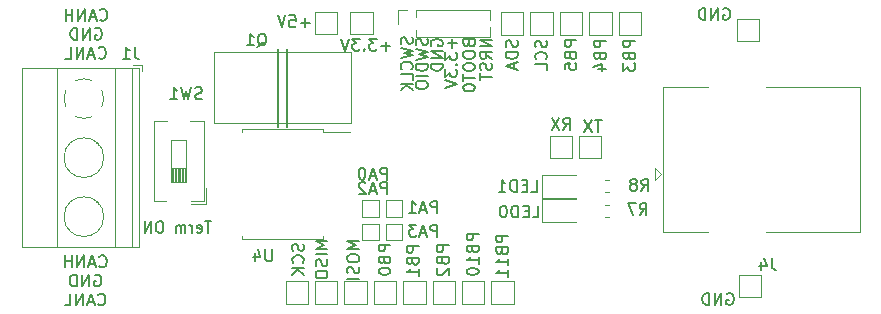
<source format=gbr>
G04 #@! TF.GenerationSoftware,KiCad,Pcbnew,6.0.5*
G04 #@! TF.CreationDate,2023-01-15T17:00:17+03:00*
G04 #@! TF.ProjectId,stm32,73746d33-322e-46b6-9963-61645f706362,rev?*
G04 #@! TF.SameCoordinates,Original*
G04 #@! TF.FileFunction,Legend,Bot*
G04 #@! TF.FilePolarity,Positive*
%FSLAX46Y46*%
G04 Gerber Fmt 4.6, Leading zero omitted, Abs format (unit mm)*
G04 Created by KiCad (PCBNEW 6.0.5) date 2023-01-15 17:00:17*
%MOMM*%
%LPD*%
G01*
G04 APERTURE LIST*
%ADD10C,0.150000*%
%ADD11C,0.200000*%
%ADD12C,0.120000*%
G04 APERTURE END LIST*
D10*
X94587961Y-52449695D02*
X94635580Y-52592552D01*
X94635580Y-52830647D01*
X94587961Y-52925885D01*
X94540342Y-52973504D01*
X94445104Y-53021123D01*
X94349866Y-53021123D01*
X94254628Y-52973504D01*
X94207009Y-52925885D01*
X94159390Y-52830647D01*
X94111771Y-52640171D01*
X94064152Y-52544933D01*
X94016533Y-52497314D01*
X93921295Y-52449695D01*
X93826057Y-52449695D01*
X93730819Y-52497314D01*
X93683200Y-52544933D01*
X93635580Y-52640171D01*
X93635580Y-52878266D01*
X93683200Y-53021123D01*
X93635580Y-53354457D02*
X94635580Y-53592552D01*
X93921295Y-53783028D01*
X94635580Y-53973504D01*
X93635580Y-54211600D01*
X94540342Y-55163980D02*
X94587961Y-55116361D01*
X94635580Y-54973504D01*
X94635580Y-54878266D01*
X94587961Y-54735409D01*
X94492723Y-54640171D01*
X94397485Y-54592552D01*
X94207009Y-54544933D01*
X94064152Y-54544933D01*
X93873676Y-54592552D01*
X93778438Y-54640171D01*
X93683200Y-54735409D01*
X93635580Y-54878266D01*
X93635580Y-54973504D01*
X93683200Y-55116361D01*
X93730819Y-55163980D01*
X94635580Y-56068742D02*
X94635580Y-55592552D01*
X93635580Y-55592552D01*
X94635580Y-56402076D02*
X93635580Y-56402076D01*
X94635580Y-56973504D02*
X94064152Y-56544933D01*
X93635580Y-56973504D02*
X94207009Y-56402076D01*
X101341180Y-52662342D02*
X100341180Y-52662342D01*
X101341180Y-53233771D01*
X100341180Y-53233771D01*
X101341180Y-54281390D02*
X100864990Y-53948057D01*
X101341180Y-53709961D02*
X100341180Y-53709961D01*
X100341180Y-54090914D01*
X100388800Y-54186152D01*
X100436419Y-54233771D01*
X100531657Y-54281390D01*
X100674514Y-54281390D01*
X100769752Y-54233771D01*
X100817371Y-54186152D01*
X100864990Y-54090914D01*
X100864990Y-53709961D01*
X101293561Y-54662342D02*
X101341180Y-54805200D01*
X101341180Y-55043295D01*
X101293561Y-55138533D01*
X101245942Y-55186152D01*
X101150704Y-55233771D01*
X101055466Y-55233771D01*
X100960228Y-55186152D01*
X100912609Y-55138533D01*
X100864990Y-55043295D01*
X100817371Y-54852819D01*
X100769752Y-54757580D01*
X100722133Y-54709961D01*
X100626895Y-54662342D01*
X100531657Y-54662342D01*
X100436419Y-54709961D01*
X100388800Y-54757580D01*
X100341180Y-54852819D01*
X100341180Y-55090914D01*
X100388800Y-55233771D01*
X100341180Y-55519485D02*
X100341180Y-56090914D01*
X101341180Y-55805200D02*
X100341180Y-55805200D01*
X77596323Y-68032380D02*
X77070609Y-68032380D01*
X77333466Y-69032380D02*
X77333466Y-68032380D01*
X76413466Y-68984761D02*
X76501085Y-69032380D01*
X76676323Y-69032380D01*
X76763942Y-68984761D01*
X76807752Y-68889523D01*
X76807752Y-68508571D01*
X76763942Y-68413333D01*
X76676323Y-68365714D01*
X76501085Y-68365714D01*
X76413466Y-68413333D01*
X76369657Y-68508571D01*
X76369657Y-68603809D01*
X76807752Y-68699047D01*
X75975371Y-69032380D02*
X75975371Y-68365714D01*
X75975371Y-68556190D02*
X75931561Y-68460952D01*
X75887752Y-68413333D01*
X75800133Y-68365714D01*
X75712514Y-68365714D01*
X75405847Y-69032380D02*
X75405847Y-68365714D01*
X75405847Y-68460952D02*
X75362038Y-68413333D01*
X75274419Y-68365714D01*
X75142990Y-68365714D01*
X75055371Y-68413333D01*
X75011561Y-68508571D01*
X75011561Y-69032380D01*
X75011561Y-68508571D02*
X74967752Y-68413333D01*
X74880133Y-68365714D01*
X74748704Y-68365714D01*
X74661085Y-68413333D01*
X74617276Y-68508571D01*
X74617276Y-69032380D01*
X73302990Y-68032380D02*
X73127752Y-68032380D01*
X73040133Y-68080000D01*
X72952514Y-68175238D01*
X72908704Y-68365714D01*
X72908704Y-68699047D01*
X72952514Y-68889523D01*
X73040133Y-68984761D01*
X73127752Y-69032380D01*
X73302990Y-69032380D01*
X73390609Y-68984761D01*
X73478228Y-68889523D01*
X73522038Y-68699047D01*
X73522038Y-68365714D01*
X73478228Y-68175238D01*
X73390609Y-68080000D01*
X73302990Y-68032380D01*
X72514419Y-69032380D02*
X72514419Y-68032380D01*
X71988704Y-69032380D01*
X71988704Y-68032380D01*
D11*
X68171866Y-50969542D02*
X68219485Y-51017161D01*
X68362342Y-51064780D01*
X68457580Y-51064780D01*
X68600438Y-51017161D01*
X68695676Y-50921923D01*
X68743295Y-50826685D01*
X68790914Y-50636209D01*
X68790914Y-50493352D01*
X68743295Y-50302876D01*
X68695676Y-50207638D01*
X68600438Y-50112400D01*
X68457580Y-50064780D01*
X68362342Y-50064780D01*
X68219485Y-50112400D01*
X68171866Y-50160019D01*
X67790914Y-50779066D02*
X67314723Y-50779066D01*
X67886152Y-51064780D02*
X67552819Y-50064780D01*
X67219485Y-51064780D01*
X66886152Y-51064780D02*
X66886152Y-50064780D01*
X66314723Y-51064780D01*
X66314723Y-50064780D01*
X65838533Y-51064780D02*
X65838533Y-50064780D01*
X65838533Y-50540971D02*
X65267104Y-50540971D01*
X65267104Y-51064780D02*
X65267104Y-50064780D01*
X67767104Y-51722400D02*
X67862342Y-51674780D01*
X68005200Y-51674780D01*
X68148057Y-51722400D01*
X68243295Y-51817638D01*
X68290914Y-51912876D01*
X68338533Y-52103352D01*
X68338533Y-52246209D01*
X68290914Y-52436685D01*
X68243295Y-52531923D01*
X68148057Y-52627161D01*
X68005200Y-52674780D01*
X67909961Y-52674780D01*
X67767104Y-52627161D01*
X67719485Y-52579542D01*
X67719485Y-52246209D01*
X67909961Y-52246209D01*
X67290914Y-52674780D02*
X67290914Y-51674780D01*
X66719485Y-52674780D01*
X66719485Y-51674780D01*
X66243295Y-52674780D02*
X66243295Y-51674780D01*
X66005200Y-51674780D01*
X65862342Y-51722400D01*
X65767104Y-51817638D01*
X65719485Y-51912876D01*
X65671866Y-52103352D01*
X65671866Y-52246209D01*
X65719485Y-52436685D01*
X65767104Y-52531923D01*
X65862342Y-52627161D01*
X66005200Y-52674780D01*
X66243295Y-52674780D01*
X68052819Y-54189542D02*
X68100438Y-54237161D01*
X68243295Y-54284780D01*
X68338533Y-54284780D01*
X68481390Y-54237161D01*
X68576628Y-54141923D01*
X68624247Y-54046685D01*
X68671866Y-53856209D01*
X68671866Y-53713352D01*
X68624247Y-53522876D01*
X68576628Y-53427638D01*
X68481390Y-53332400D01*
X68338533Y-53284780D01*
X68243295Y-53284780D01*
X68100438Y-53332400D01*
X68052819Y-53380019D01*
X67671866Y-53999066D02*
X67195676Y-53999066D01*
X67767104Y-54284780D02*
X67433771Y-53284780D01*
X67100438Y-54284780D01*
X66767104Y-54284780D02*
X66767104Y-53284780D01*
X66195676Y-54284780D01*
X66195676Y-53284780D01*
X65243295Y-54284780D02*
X65719485Y-54284780D01*
X65719485Y-53284780D01*
D10*
X98013828Y-52610000D02*
X98013828Y-53371904D01*
X98394780Y-52990952D02*
X97632876Y-52990952D01*
X97394780Y-53752857D02*
X97394780Y-54371904D01*
X97775733Y-54038571D01*
X97775733Y-54181428D01*
X97823352Y-54276666D01*
X97870971Y-54324285D01*
X97966209Y-54371904D01*
X98204304Y-54371904D01*
X98299542Y-54324285D01*
X98347161Y-54276666D01*
X98394780Y-54181428D01*
X98394780Y-53895714D01*
X98347161Y-53800476D01*
X98299542Y-53752857D01*
X98299542Y-54800476D02*
X98347161Y-54848095D01*
X98394780Y-54800476D01*
X98347161Y-54752857D01*
X98299542Y-54800476D01*
X98394780Y-54800476D01*
X97394780Y-55181428D02*
X97394780Y-55800476D01*
X97775733Y-55467142D01*
X97775733Y-55610000D01*
X97823352Y-55705238D01*
X97870971Y-55752857D01*
X97966209Y-55800476D01*
X98204304Y-55800476D01*
X98299542Y-55752857D01*
X98347161Y-55705238D01*
X98394780Y-55610000D01*
X98394780Y-55324285D01*
X98347161Y-55229047D01*
X98299542Y-55181428D01*
X97394780Y-56086190D02*
X98394780Y-56419523D01*
X97394780Y-56752857D01*
X96223200Y-53187695D02*
X96175580Y-53092457D01*
X96175580Y-52949600D01*
X96223200Y-52806742D01*
X96318438Y-52711504D01*
X96413676Y-52663885D01*
X96604152Y-52616266D01*
X96747009Y-52616266D01*
X96937485Y-52663885D01*
X97032723Y-52711504D01*
X97127961Y-52806742D01*
X97175580Y-52949600D01*
X97175580Y-53044838D01*
X97127961Y-53187695D01*
X97080342Y-53235314D01*
X96747009Y-53235314D01*
X96747009Y-53044838D01*
X97175580Y-53663885D02*
X96175580Y-53663885D01*
X97175580Y-54235314D01*
X96175580Y-54235314D01*
X97175580Y-54711504D02*
X96175580Y-54711504D01*
X96175580Y-54949600D01*
X96223200Y-55092457D01*
X96318438Y-55187695D01*
X96413676Y-55235314D01*
X96604152Y-55282933D01*
X96747009Y-55282933D01*
X96937485Y-55235314D01*
X97032723Y-55187695D01*
X97127961Y-55092457D01*
X97175580Y-54949600D01*
X97175580Y-54711504D01*
D11*
X68121066Y-71848342D02*
X68168685Y-71895961D01*
X68311542Y-71943580D01*
X68406780Y-71943580D01*
X68549638Y-71895961D01*
X68644876Y-71800723D01*
X68692495Y-71705485D01*
X68740114Y-71515009D01*
X68740114Y-71372152D01*
X68692495Y-71181676D01*
X68644876Y-71086438D01*
X68549638Y-70991200D01*
X68406780Y-70943580D01*
X68311542Y-70943580D01*
X68168685Y-70991200D01*
X68121066Y-71038819D01*
X67740114Y-71657866D02*
X67263923Y-71657866D01*
X67835352Y-71943580D02*
X67502019Y-70943580D01*
X67168685Y-71943580D01*
X66835352Y-71943580D02*
X66835352Y-70943580D01*
X66263923Y-71943580D01*
X66263923Y-70943580D01*
X65787733Y-71943580D02*
X65787733Y-70943580D01*
X65787733Y-71419771D02*
X65216304Y-71419771D01*
X65216304Y-71943580D02*
X65216304Y-70943580D01*
X67716304Y-72601200D02*
X67811542Y-72553580D01*
X67954400Y-72553580D01*
X68097257Y-72601200D01*
X68192495Y-72696438D01*
X68240114Y-72791676D01*
X68287733Y-72982152D01*
X68287733Y-73125009D01*
X68240114Y-73315485D01*
X68192495Y-73410723D01*
X68097257Y-73505961D01*
X67954400Y-73553580D01*
X67859161Y-73553580D01*
X67716304Y-73505961D01*
X67668685Y-73458342D01*
X67668685Y-73125009D01*
X67859161Y-73125009D01*
X67240114Y-73553580D02*
X67240114Y-72553580D01*
X66668685Y-73553580D01*
X66668685Y-72553580D01*
X66192495Y-73553580D02*
X66192495Y-72553580D01*
X65954400Y-72553580D01*
X65811542Y-72601200D01*
X65716304Y-72696438D01*
X65668685Y-72791676D01*
X65621066Y-72982152D01*
X65621066Y-73125009D01*
X65668685Y-73315485D01*
X65716304Y-73410723D01*
X65811542Y-73505961D01*
X65954400Y-73553580D01*
X66192495Y-73553580D01*
X68002019Y-75068342D02*
X68049638Y-75115961D01*
X68192495Y-75163580D01*
X68287733Y-75163580D01*
X68430590Y-75115961D01*
X68525828Y-75020723D01*
X68573447Y-74925485D01*
X68621066Y-74735009D01*
X68621066Y-74592152D01*
X68573447Y-74401676D01*
X68525828Y-74306438D01*
X68430590Y-74211200D01*
X68287733Y-74163580D01*
X68192495Y-74163580D01*
X68049638Y-74211200D01*
X68002019Y-74258819D01*
X67621066Y-74877866D02*
X67144876Y-74877866D01*
X67716304Y-75163580D02*
X67382971Y-74163580D01*
X67049638Y-75163580D01*
X66716304Y-75163580D02*
X66716304Y-74163580D01*
X66144876Y-75163580D01*
X66144876Y-74163580D01*
X65192495Y-75163580D02*
X65668685Y-75163580D01*
X65668685Y-74163580D01*
D10*
X95857961Y-52592552D02*
X95905580Y-52735409D01*
X95905580Y-52973504D01*
X95857961Y-53068742D01*
X95810342Y-53116361D01*
X95715104Y-53163980D01*
X95619866Y-53163980D01*
X95524628Y-53116361D01*
X95477009Y-53068742D01*
X95429390Y-52973504D01*
X95381771Y-52783028D01*
X95334152Y-52687790D01*
X95286533Y-52640171D01*
X95191295Y-52592552D01*
X95096057Y-52592552D01*
X95000819Y-52640171D01*
X94953200Y-52687790D01*
X94905580Y-52783028D01*
X94905580Y-53021123D01*
X94953200Y-53163980D01*
X94905580Y-53497314D02*
X95905580Y-53735409D01*
X95191295Y-53925885D01*
X95905580Y-54116361D01*
X94905580Y-54354457D01*
X95905580Y-54735409D02*
X94905580Y-54735409D01*
X94905580Y-54973504D01*
X94953200Y-55116361D01*
X95048438Y-55211600D01*
X95143676Y-55259219D01*
X95334152Y-55306838D01*
X95477009Y-55306838D01*
X95667485Y-55259219D01*
X95762723Y-55211600D01*
X95857961Y-55116361D01*
X95905580Y-54973504D01*
X95905580Y-54735409D01*
X95905580Y-55735409D02*
X94905580Y-55735409D01*
X94905580Y-56402076D02*
X94905580Y-56592552D01*
X94953200Y-56687790D01*
X95048438Y-56783028D01*
X95238914Y-56830647D01*
X95572247Y-56830647D01*
X95762723Y-56783028D01*
X95857961Y-56687790D01*
X95905580Y-56592552D01*
X95905580Y-56402076D01*
X95857961Y-56306838D01*
X95762723Y-56211600D01*
X95572247Y-56163980D01*
X95238914Y-56163980D01*
X95048438Y-56211600D01*
X94953200Y-56306838D01*
X94905580Y-56402076D01*
X99394971Y-52979866D02*
X99442590Y-53122723D01*
X99490209Y-53170342D01*
X99585447Y-53217961D01*
X99728304Y-53217961D01*
X99823542Y-53170342D01*
X99871161Y-53122723D01*
X99918780Y-53027485D01*
X99918780Y-52646533D01*
X98918780Y-52646533D01*
X98918780Y-52979866D01*
X98966400Y-53075104D01*
X99014019Y-53122723D01*
X99109257Y-53170342D01*
X99204495Y-53170342D01*
X99299733Y-53122723D01*
X99347352Y-53075104D01*
X99394971Y-52979866D01*
X99394971Y-52646533D01*
X98918780Y-53837009D02*
X98918780Y-54027485D01*
X98966400Y-54122723D01*
X99061638Y-54217961D01*
X99252114Y-54265580D01*
X99585447Y-54265580D01*
X99775923Y-54217961D01*
X99871161Y-54122723D01*
X99918780Y-54027485D01*
X99918780Y-53837009D01*
X99871161Y-53741771D01*
X99775923Y-53646533D01*
X99585447Y-53598914D01*
X99252114Y-53598914D01*
X99061638Y-53646533D01*
X98966400Y-53741771D01*
X98918780Y-53837009D01*
X98918780Y-54884628D02*
X98918780Y-55075104D01*
X98966400Y-55170342D01*
X99061638Y-55265580D01*
X99252114Y-55313200D01*
X99585447Y-55313200D01*
X99775923Y-55265580D01*
X99871161Y-55170342D01*
X99918780Y-55075104D01*
X99918780Y-54884628D01*
X99871161Y-54789390D01*
X99775923Y-54694152D01*
X99585447Y-54646533D01*
X99252114Y-54646533D01*
X99061638Y-54694152D01*
X98966400Y-54789390D01*
X98918780Y-54884628D01*
X98918780Y-55598914D02*
X98918780Y-56170342D01*
X99918780Y-55884628D02*
X98918780Y-55884628D01*
X98918780Y-56694152D02*
X98918780Y-56789390D01*
X98966400Y-56884628D01*
X99014019Y-56932247D01*
X99109257Y-56979866D01*
X99299733Y-57027485D01*
X99537828Y-57027485D01*
X99728304Y-56979866D01*
X99823542Y-56932247D01*
X99871161Y-56884628D01*
X99918780Y-56789390D01*
X99918780Y-56694152D01*
X99871161Y-56598914D01*
X99823542Y-56551295D01*
X99728304Y-56503676D01*
X99537828Y-56456057D01*
X99299733Y-56456057D01*
X99109257Y-56503676D01*
X99014019Y-56551295D01*
X98966400Y-56598914D01*
X98918780Y-56694152D01*
X104792847Y-67711580D02*
X105269038Y-67711580D01*
X105269038Y-66711580D01*
X104459514Y-67187771D02*
X104126180Y-67187771D01*
X103983323Y-67711580D02*
X104459514Y-67711580D01*
X104459514Y-66711580D01*
X103983323Y-66711580D01*
X103554752Y-67711580D02*
X103554752Y-66711580D01*
X103316657Y-66711580D01*
X103173800Y-66759200D01*
X103078561Y-66854438D01*
X103030942Y-66949676D01*
X102983323Y-67140152D01*
X102983323Y-67283009D01*
X103030942Y-67473485D01*
X103078561Y-67568723D01*
X103173800Y-67663961D01*
X103316657Y-67711580D01*
X103554752Y-67711580D01*
X102364276Y-66711580D02*
X102269038Y-66711580D01*
X102173800Y-66759200D01*
X102126180Y-66806819D01*
X102078561Y-66902057D01*
X102030942Y-67092533D01*
X102030942Y-67330628D01*
X102078561Y-67521104D01*
X102126180Y-67616342D01*
X102173800Y-67663961D01*
X102269038Y-67711580D01*
X102364276Y-67711580D01*
X102459514Y-67663961D01*
X102507133Y-67616342D01*
X102554752Y-67521104D01*
X102602371Y-67330628D01*
X102602371Y-67092533D01*
X102554752Y-66902057D01*
X102507133Y-66806819D01*
X102459514Y-66759200D01*
X102364276Y-66711580D01*
X104682247Y-65527180D02*
X105158438Y-65527180D01*
X105158438Y-64527180D01*
X104348914Y-65003371D02*
X104015580Y-65003371D01*
X103872723Y-65527180D02*
X104348914Y-65527180D01*
X104348914Y-64527180D01*
X103872723Y-64527180D01*
X103444152Y-65527180D02*
X103444152Y-64527180D01*
X103206057Y-64527180D01*
X103063200Y-64574800D01*
X102967961Y-64670038D01*
X102920342Y-64765276D01*
X102872723Y-64955752D01*
X102872723Y-65098609D01*
X102920342Y-65289085D01*
X102967961Y-65384323D01*
X103063200Y-65479561D01*
X103206057Y-65527180D01*
X103444152Y-65527180D01*
X101920342Y-65527180D02*
X102491771Y-65527180D01*
X102206057Y-65527180D02*
X102206057Y-64527180D01*
X102301295Y-64670038D01*
X102396533Y-64765276D01*
X102491771Y-64812895D01*
X71097733Y-53300380D02*
X71097733Y-54014666D01*
X71145352Y-54157523D01*
X71240590Y-54252761D01*
X71383447Y-54300380D01*
X71478685Y-54300380D01*
X70097733Y-54300380D02*
X70669161Y-54300380D01*
X70383447Y-54300380D02*
X70383447Y-53300380D01*
X70478685Y-53443238D01*
X70573923Y-53538476D01*
X70669161Y-53586095D01*
X113857066Y-67508380D02*
X114190400Y-67032190D01*
X114428495Y-67508380D02*
X114428495Y-66508380D01*
X114047542Y-66508380D01*
X113952304Y-66556000D01*
X113904685Y-66603619D01*
X113857066Y-66698857D01*
X113857066Y-66841714D01*
X113904685Y-66936952D01*
X113952304Y-66984571D01*
X114047542Y-67032190D01*
X114428495Y-67032190D01*
X113523733Y-66508380D02*
X112857066Y-66508380D01*
X113285638Y-67508380D01*
X114009466Y-65476380D02*
X114342800Y-65000190D01*
X114580895Y-65476380D02*
X114580895Y-64476380D01*
X114199942Y-64476380D01*
X114104704Y-64524000D01*
X114057085Y-64571619D01*
X114009466Y-64666857D01*
X114009466Y-64809714D01*
X114057085Y-64904952D01*
X114104704Y-64952571D01*
X114199942Y-65000190D01*
X114580895Y-65000190D01*
X113438038Y-64904952D02*
X113533276Y-64857333D01*
X113580895Y-64809714D01*
X113628514Y-64714476D01*
X113628514Y-64666857D01*
X113580895Y-64571619D01*
X113533276Y-64524000D01*
X113438038Y-64476380D01*
X113247561Y-64476380D01*
X113152323Y-64524000D01*
X113104704Y-64571619D01*
X113057085Y-64666857D01*
X113057085Y-64714476D01*
X113104704Y-64809714D01*
X113152323Y-64857333D01*
X113247561Y-64904952D01*
X113438038Y-64904952D01*
X113533276Y-64952571D01*
X113580895Y-65000190D01*
X113628514Y-65095428D01*
X113628514Y-65285904D01*
X113580895Y-65381142D01*
X113533276Y-65428761D01*
X113438038Y-65476380D01*
X113247561Y-65476380D01*
X113152323Y-65428761D01*
X113104704Y-65381142D01*
X113057085Y-65285904D01*
X113057085Y-65095428D01*
X113104704Y-65000190D01*
X113152323Y-64952571D01*
X113247561Y-64904952D01*
X76796733Y-57669061D02*
X76653876Y-57716680D01*
X76415780Y-57716680D01*
X76320542Y-57669061D01*
X76272923Y-57621442D01*
X76225304Y-57526204D01*
X76225304Y-57430966D01*
X76272923Y-57335728D01*
X76320542Y-57288109D01*
X76415780Y-57240490D01*
X76606257Y-57192871D01*
X76701495Y-57145252D01*
X76749114Y-57097633D01*
X76796733Y-57002395D01*
X76796733Y-56907157D01*
X76749114Y-56811919D01*
X76701495Y-56764300D01*
X76606257Y-56716680D01*
X76368161Y-56716680D01*
X76225304Y-56764300D01*
X75891971Y-56716680D02*
X75653876Y-57716680D01*
X75463400Y-57002395D01*
X75272923Y-57716680D01*
X75034828Y-56716680D01*
X74130066Y-57716680D02*
X74701495Y-57716680D01*
X74415780Y-57716680D02*
X74415780Y-56716680D01*
X74511019Y-56859538D01*
X74606257Y-56954776D01*
X74701495Y-57002395D01*
X82753104Y-70419980D02*
X82753104Y-71229504D01*
X82705485Y-71324742D01*
X82657866Y-71372361D01*
X82562628Y-71419980D01*
X82372152Y-71419980D01*
X82276914Y-71372361D01*
X82229295Y-71324742D01*
X82181676Y-71229504D01*
X82181676Y-70419980D01*
X81276914Y-70753314D02*
X81276914Y-71419980D01*
X81515009Y-70372361D02*
X81753104Y-71086647D01*
X81134057Y-71086647D01*
X81502238Y-53252619D02*
X81597476Y-53205000D01*
X81692714Y-53109761D01*
X81835571Y-52966904D01*
X81930809Y-52919285D01*
X82026047Y-52919285D01*
X81978428Y-53157380D02*
X82073666Y-53109761D01*
X82168904Y-53014523D01*
X82216523Y-52824047D01*
X82216523Y-52490714D01*
X82168904Y-52300238D01*
X82073666Y-52205000D01*
X81978428Y-52157380D01*
X81787952Y-52157380D01*
X81692714Y-52205000D01*
X81597476Y-52300238D01*
X81549857Y-52490714D01*
X81549857Y-52824047D01*
X81597476Y-53014523D01*
X81692714Y-53109761D01*
X81787952Y-53157380D01*
X81978428Y-53157380D01*
X80597476Y-53157380D02*
X81168904Y-53157380D01*
X80883190Y-53157380D02*
X80883190Y-52157380D01*
X80978428Y-52300238D01*
X81073666Y-52395476D01*
X81168904Y-52443095D01*
X125054333Y-71173880D02*
X125054333Y-71888166D01*
X125101952Y-72031023D01*
X125197190Y-72126261D01*
X125340047Y-72173880D01*
X125435285Y-72173880D01*
X124149571Y-71507214D02*
X124149571Y-72173880D01*
X124387666Y-71126261D02*
X124625761Y-71840547D01*
X124006714Y-71840547D01*
X100223580Y-69100914D02*
X99223580Y-69100914D01*
X99223580Y-69481866D01*
X99271200Y-69577104D01*
X99318819Y-69624723D01*
X99414057Y-69672342D01*
X99556914Y-69672342D01*
X99652152Y-69624723D01*
X99699771Y-69577104D01*
X99747390Y-69481866D01*
X99747390Y-69100914D01*
X99699771Y-70434247D02*
X99747390Y-70577104D01*
X99795009Y-70624723D01*
X99890247Y-70672342D01*
X100033104Y-70672342D01*
X100128342Y-70624723D01*
X100175961Y-70577104D01*
X100223580Y-70481866D01*
X100223580Y-70100914D01*
X99223580Y-70100914D01*
X99223580Y-70434247D01*
X99271200Y-70529485D01*
X99318819Y-70577104D01*
X99414057Y-70624723D01*
X99509295Y-70624723D01*
X99604533Y-70577104D01*
X99652152Y-70529485D01*
X99699771Y-70434247D01*
X99699771Y-70100914D01*
X100223580Y-71624723D02*
X100223580Y-71053295D01*
X100223580Y-71339009D02*
X99223580Y-71339009D01*
X99366438Y-71243771D01*
X99461676Y-71148533D01*
X99509295Y-71053295D01*
X99223580Y-72243771D02*
X99223580Y-72339009D01*
X99271200Y-72434247D01*
X99318819Y-72481866D01*
X99414057Y-72529485D01*
X99604533Y-72577104D01*
X99842628Y-72577104D01*
X100033104Y-72529485D01*
X100128342Y-72481866D01*
X100175961Y-72434247D01*
X100223580Y-72339009D01*
X100223580Y-72243771D01*
X100175961Y-72148533D01*
X100128342Y-72100914D01*
X100033104Y-72053295D01*
X99842628Y-72005676D01*
X99604533Y-72005676D01*
X99414057Y-72053295D01*
X99318819Y-72100914D01*
X99271200Y-72148533D01*
X99223580Y-72243771D01*
X85918514Y-51227028D02*
X85156609Y-51227028D01*
X85537561Y-51607980D02*
X85537561Y-50846076D01*
X84204228Y-50607980D02*
X84680419Y-50607980D01*
X84728038Y-51084171D01*
X84680419Y-51036552D01*
X84585180Y-50988933D01*
X84347085Y-50988933D01*
X84251847Y-51036552D01*
X84204228Y-51084171D01*
X84156609Y-51179409D01*
X84156609Y-51417504D01*
X84204228Y-51512742D01*
X84251847Y-51560361D01*
X84347085Y-51607980D01*
X84585180Y-51607980D01*
X84680419Y-51560361D01*
X84728038Y-51512742D01*
X83870895Y-50607980D02*
X83537561Y-51607980D01*
X83204228Y-50607980D01*
X103477961Y-52735314D02*
X103525580Y-52878171D01*
X103525580Y-53116266D01*
X103477961Y-53211504D01*
X103430342Y-53259123D01*
X103335104Y-53306742D01*
X103239866Y-53306742D01*
X103144628Y-53259123D01*
X103097009Y-53211504D01*
X103049390Y-53116266D01*
X103001771Y-52925790D01*
X102954152Y-52830552D01*
X102906533Y-52782933D01*
X102811295Y-52735314D01*
X102716057Y-52735314D01*
X102620819Y-52782933D01*
X102573200Y-52830552D01*
X102525580Y-52925790D01*
X102525580Y-53163885D01*
X102573200Y-53306742D01*
X103525580Y-53735314D02*
X102525580Y-53735314D01*
X102525580Y-53973409D01*
X102573200Y-54116266D01*
X102668438Y-54211504D01*
X102763676Y-54259123D01*
X102954152Y-54306742D01*
X103097009Y-54306742D01*
X103287485Y-54259123D01*
X103382723Y-54211504D01*
X103477961Y-54116266D01*
X103525580Y-53973409D01*
X103525580Y-53735314D01*
X103239866Y-54687695D02*
X103239866Y-55163885D01*
X103525580Y-54592457D02*
X102525580Y-54925790D01*
X103525580Y-55259123D01*
X105967161Y-52759123D02*
X106014780Y-52901980D01*
X106014780Y-53140076D01*
X105967161Y-53235314D01*
X105919542Y-53282933D01*
X105824304Y-53330552D01*
X105729066Y-53330552D01*
X105633828Y-53282933D01*
X105586209Y-53235314D01*
X105538590Y-53140076D01*
X105490971Y-52949600D01*
X105443352Y-52854361D01*
X105395733Y-52806742D01*
X105300495Y-52759123D01*
X105205257Y-52759123D01*
X105110019Y-52806742D01*
X105062400Y-52854361D01*
X105014780Y-52949600D01*
X105014780Y-53187695D01*
X105062400Y-53330552D01*
X105919542Y-54330552D02*
X105967161Y-54282933D01*
X106014780Y-54140076D01*
X106014780Y-54044838D01*
X105967161Y-53901980D01*
X105871923Y-53806742D01*
X105776685Y-53759123D01*
X105586209Y-53711504D01*
X105443352Y-53711504D01*
X105252876Y-53759123D01*
X105157638Y-53806742D01*
X105062400Y-53901980D01*
X105014780Y-54044838D01*
X105014780Y-54140076D01*
X105062400Y-54282933D01*
X105110019Y-54330552D01*
X106014780Y-55235314D02*
X106014780Y-54759123D01*
X105014780Y-54759123D01*
X113482380Y-52762304D02*
X112482380Y-52762304D01*
X112482380Y-53143257D01*
X112530000Y-53238495D01*
X112577619Y-53286114D01*
X112672857Y-53333733D01*
X112815714Y-53333733D01*
X112910952Y-53286114D01*
X112958571Y-53238495D01*
X113006190Y-53143257D01*
X113006190Y-52762304D01*
X112958571Y-54095638D02*
X113006190Y-54238495D01*
X113053809Y-54286114D01*
X113149047Y-54333733D01*
X113291904Y-54333733D01*
X113387142Y-54286114D01*
X113434761Y-54238495D01*
X113482380Y-54143257D01*
X113482380Y-53762304D01*
X112482380Y-53762304D01*
X112482380Y-54095638D01*
X112530000Y-54190876D01*
X112577619Y-54238495D01*
X112672857Y-54286114D01*
X112768095Y-54286114D01*
X112863333Y-54238495D01*
X112910952Y-54190876D01*
X112958571Y-54095638D01*
X112958571Y-53762304D01*
X112482380Y-54667066D02*
X112482380Y-55286114D01*
X112863333Y-54952780D01*
X112863333Y-55095638D01*
X112910952Y-55190876D01*
X112958571Y-55238495D01*
X113053809Y-55286114D01*
X113291904Y-55286114D01*
X113387142Y-55238495D01*
X113434761Y-55190876D01*
X113482380Y-55095638D01*
X113482380Y-54809923D01*
X113434761Y-54714685D01*
X113387142Y-54667066D01*
X96721466Y-67355980D02*
X96721466Y-66355980D01*
X96340514Y-66355980D01*
X96245276Y-66403600D01*
X96197657Y-66451219D01*
X96150038Y-66546457D01*
X96150038Y-66689314D01*
X96197657Y-66784552D01*
X96245276Y-66832171D01*
X96340514Y-66879790D01*
X96721466Y-66879790D01*
X95769085Y-67070266D02*
X95292895Y-67070266D01*
X95864323Y-67355980D02*
X95530990Y-66355980D01*
X95197657Y-67355980D01*
X94340514Y-67355980D02*
X94911942Y-67355980D01*
X94626228Y-67355980D02*
X94626228Y-66355980D01*
X94721466Y-66498838D01*
X94816704Y-66594076D01*
X94911942Y-66641695D01*
X97683580Y-70085104D02*
X96683580Y-70085104D01*
X96683580Y-70466057D01*
X96731200Y-70561295D01*
X96778819Y-70608914D01*
X96874057Y-70656533D01*
X97016914Y-70656533D01*
X97112152Y-70608914D01*
X97159771Y-70561295D01*
X97207390Y-70466057D01*
X97207390Y-70085104D01*
X97159771Y-71418438D02*
X97207390Y-71561295D01*
X97255009Y-71608914D01*
X97350247Y-71656533D01*
X97493104Y-71656533D01*
X97588342Y-71608914D01*
X97635961Y-71561295D01*
X97683580Y-71466057D01*
X97683580Y-71085104D01*
X96683580Y-71085104D01*
X96683580Y-71418438D01*
X96731200Y-71513676D01*
X96778819Y-71561295D01*
X96874057Y-71608914D01*
X96969295Y-71608914D01*
X97064533Y-71561295D01*
X97112152Y-71513676D01*
X97159771Y-71418438D01*
X97159771Y-71085104D01*
X96778819Y-72037485D02*
X96731200Y-72085104D01*
X96683580Y-72180342D01*
X96683580Y-72418438D01*
X96731200Y-72513676D01*
X96778819Y-72561295D01*
X96874057Y-72608914D01*
X96969295Y-72608914D01*
X97112152Y-72561295D01*
X97683580Y-71989866D01*
X97683580Y-72608914D01*
X92454266Y-64511180D02*
X92454266Y-63511180D01*
X92073314Y-63511180D01*
X91978076Y-63558800D01*
X91930457Y-63606419D01*
X91882838Y-63701657D01*
X91882838Y-63844514D01*
X91930457Y-63939752D01*
X91978076Y-63987371D01*
X92073314Y-64034990D01*
X92454266Y-64034990D01*
X91501885Y-64225466D02*
X91025695Y-64225466D01*
X91597123Y-64511180D02*
X91263790Y-63511180D01*
X90930457Y-64511180D01*
X90406647Y-63511180D02*
X90311409Y-63511180D01*
X90216171Y-63558800D01*
X90168552Y-63606419D01*
X90120933Y-63701657D01*
X90073314Y-63892133D01*
X90073314Y-64130228D01*
X90120933Y-64320704D01*
X90168552Y-64415942D01*
X90216171Y-64463561D01*
X90311409Y-64511180D01*
X90406647Y-64511180D01*
X90501885Y-64463561D01*
X90549504Y-64415942D01*
X90597123Y-64320704D01*
X90644742Y-64130228D01*
X90644742Y-63892133D01*
X90597123Y-63701657D01*
X90549504Y-63606419D01*
X90501885Y-63558800D01*
X90406647Y-63511180D01*
X90114380Y-69751771D02*
X89114380Y-69751771D01*
X89828666Y-70085104D01*
X89114380Y-70418438D01*
X90114380Y-70418438D01*
X89114380Y-71085104D02*
X89114380Y-71275580D01*
X89162000Y-71370819D01*
X89257238Y-71466057D01*
X89447714Y-71513676D01*
X89781047Y-71513676D01*
X89971523Y-71466057D01*
X90066761Y-71370819D01*
X90114380Y-71275580D01*
X90114380Y-71085104D01*
X90066761Y-70989866D01*
X89971523Y-70894628D01*
X89781047Y-70847009D01*
X89447714Y-70847009D01*
X89257238Y-70894628D01*
X89162000Y-70989866D01*
X89114380Y-71085104D01*
X90066761Y-71894628D02*
X90114380Y-72037485D01*
X90114380Y-72275580D01*
X90066761Y-72370819D01*
X90019142Y-72418438D01*
X89923904Y-72466057D01*
X89828666Y-72466057D01*
X89733428Y-72418438D01*
X89685809Y-72370819D01*
X89638190Y-72275580D01*
X89590571Y-72085104D01*
X89542952Y-71989866D01*
X89495333Y-71942247D01*
X89400095Y-71894628D01*
X89304857Y-71894628D01*
X89209619Y-71942247D01*
X89162000Y-71989866D01*
X89114380Y-72085104D01*
X89114380Y-72323200D01*
X89162000Y-72466057D01*
X90114380Y-72894628D02*
X89114380Y-72894628D01*
X95143580Y-70135904D02*
X94143580Y-70135904D01*
X94143580Y-70516857D01*
X94191200Y-70612095D01*
X94238819Y-70659714D01*
X94334057Y-70707333D01*
X94476914Y-70707333D01*
X94572152Y-70659714D01*
X94619771Y-70612095D01*
X94667390Y-70516857D01*
X94667390Y-70135904D01*
X94619771Y-71469238D02*
X94667390Y-71612095D01*
X94715009Y-71659714D01*
X94810247Y-71707333D01*
X94953104Y-71707333D01*
X95048342Y-71659714D01*
X95095961Y-71612095D01*
X95143580Y-71516857D01*
X95143580Y-71135904D01*
X94143580Y-71135904D01*
X94143580Y-71469238D01*
X94191200Y-71564476D01*
X94238819Y-71612095D01*
X94334057Y-71659714D01*
X94429295Y-71659714D01*
X94524533Y-71612095D01*
X94572152Y-71564476D01*
X94619771Y-71469238D01*
X94619771Y-71135904D01*
X95143580Y-72659714D02*
X95143580Y-72088285D01*
X95143580Y-72374000D02*
X94143580Y-72374000D01*
X94286438Y-72278761D01*
X94381676Y-72183523D01*
X94429295Y-72088285D01*
X110642304Y-59447180D02*
X110070876Y-59447180D01*
X110356590Y-60447180D02*
X110356590Y-59447180D01*
X109832780Y-59447180D02*
X109166114Y-60447180D01*
X109166114Y-59447180D02*
X109832780Y-60447180D01*
X121259504Y-74176000D02*
X121354742Y-74128380D01*
X121497600Y-74128380D01*
X121640457Y-74176000D01*
X121735695Y-74271238D01*
X121783314Y-74366476D01*
X121830933Y-74556952D01*
X121830933Y-74699809D01*
X121783314Y-74890285D01*
X121735695Y-74985523D01*
X121640457Y-75080761D01*
X121497600Y-75128380D01*
X121402361Y-75128380D01*
X121259504Y-75080761D01*
X121211885Y-75033142D01*
X121211885Y-74699809D01*
X121402361Y-74699809D01*
X120783314Y-75128380D02*
X120783314Y-74128380D01*
X120211885Y-75128380D01*
X120211885Y-74128380D01*
X119735695Y-75128380D02*
X119735695Y-74128380D01*
X119497600Y-74128380D01*
X119354742Y-74176000D01*
X119259504Y-74271238D01*
X119211885Y-74366476D01*
X119164266Y-74556952D01*
X119164266Y-74699809D01*
X119211885Y-74890285D01*
X119259504Y-74985523D01*
X119354742Y-75080761D01*
X119497600Y-75128380D01*
X119735695Y-75128380D01*
X96721466Y-69337180D02*
X96721466Y-68337180D01*
X96340514Y-68337180D01*
X96245276Y-68384800D01*
X96197657Y-68432419D01*
X96150038Y-68527657D01*
X96150038Y-68670514D01*
X96197657Y-68765752D01*
X96245276Y-68813371D01*
X96340514Y-68860990D01*
X96721466Y-68860990D01*
X95769085Y-69051466D02*
X95292895Y-69051466D01*
X95864323Y-69337180D02*
X95530990Y-68337180D01*
X95197657Y-69337180D01*
X94959561Y-68337180D02*
X94340514Y-68337180D01*
X94673847Y-68718133D01*
X94530990Y-68718133D01*
X94435752Y-68765752D01*
X94388133Y-68813371D01*
X94340514Y-68908609D01*
X94340514Y-69146704D01*
X94388133Y-69241942D01*
X94435752Y-69289561D01*
X94530990Y-69337180D01*
X94816704Y-69337180D01*
X94911942Y-69289561D01*
X94959561Y-69241942D01*
X87421980Y-69700971D02*
X86421980Y-69700971D01*
X87136266Y-70034304D01*
X86421980Y-70367638D01*
X87421980Y-70367638D01*
X87421980Y-70843828D02*
X86421980Y-70843828D01*
X87374361Y-71272400D02*
X87421980Y-71415257D01*
X87421980Y-71653352D01*
X87374361Y-71748590D01*
X87326742Y-71796209D01*
X87231504Y-71843828D01*
X87136266Y-71843828D01*
X87041028Y-71796209D01*
X86993409Y-71748590D01*
X86945790Y-71653352D01*
X86898171Y-71462876D01*
X86850552Y-71367638D01*
X86802933Y-71320019D01*
X86707695Y-71272400D01*
X86612457Y-71272400D01*
X86517219Y-71320019D01*
X86469600Y-71367638D01*
X86421980Y-71462876D01*
X86421980Y-71700971D01*
X86469600Y-71843828D01*
X86421980Y-72462876D02*
X86421980Y-72653352D01*
X86469600Y-72748590D01*
X86564838Y-72843828D01*
X86755314Y-72891447D01*
X87088647Y-72891447D01*
X87279123Y-72843828D01*
X87374361Y-72748590D01*
X87421980Y-72653352D01*
X87421980Y-72462876D01*
X87374361Y-72367638D01*
X87279123Y-72272400D01*
X87088647Y-72224780D01*
X86755314Y-72224780D01*
X86564838Y-72272400D01*
X86469600Y-72367638D01*
X86421980Y-72462876D01*
X108503980Y-52711504D02*
X107503980Y-52711504D01*
X107503980Y-53092457D01*
X107551600Y-53187695D01*
X107599219Y-53235314D01*
X107694457Y-53282933D01*
X107837314Y-53282933D01*
X107932552Y-53235314D01*
X107980171Y-53187695D01*
X108027790Y-53092457D01*
X108027790Y-52711504D01*
X107980171Y-54044838D02*
X108027790Y-54187695D01*
X108075409Y-54235314D01*
X108170647Y-54282933D01*
X108313504Y-54282933D01*
X108408742Y-54235314D01*
X108456361Y-54187695D01*
X108503980Y-54092457D01*
X108503980Y-53711504D01*
X107503980Y-53711504D01*
X107503980Y-54044838D01*
X107551600Y-54140076D01*
X107599219Y-54187695D01*
X107694457Y-54235314D01*
X107789695Y-54235314D01*
X107884933Y-54187695D01*
X107932552Y-54140076D01*
X107980171Y-54044838D01*
X107980171Y-53711504D01*
X107503980Y-55187695D02*
X107503980Y-54711504D01*
X107980171Y-54663885D01*
X107932552Y-54711504D01*
X107884933Y-54806742D01*
X107884933Y-55044838D01*
X107932552Y-55140076D01*
X107980171Y-55187695D01*
X108075409Y-55235314D01*
X108313504Y-55235314D01*
X108408742Y-55187695D01*
X108456361Y-55140076D01*
X108503980Y-55044838D01*
X108503980Y-54806742D01*
X108456361Y-54711504D01*
X108408742Y-54663885D01*
X107405466Y-60294780D02*
X107738800Y-59818590D01*
X107976895Y-60294780D02*
X107976895Y-59294780D01*
X107595942Y-59294780D01*
X107500704Y-59342400D01*
X107453085Y-59390019D01*
X107405466Y-59485257D01*
X107405466Y-59628114D01*
X107453085Y-59723352D01*
X107500704Y-59770971D01*
X107595942Y-59818590D01*
X107976895Y-59818590D01*
X107072133Y-59294780D02*
X106405466Y-60294780D01*
X106405466Y-59294780D02*
X107072133Y-60294780D01*
X85393161Y-69986685D02*
X85440780Y-70129542D01*
X85440780Y-70367638D01*
X85393161Y-70462876D01*
X85345542Y-70510495D01*
X85250304Y-70558114D01*
X85155066Y-70558114D01*
X85059828Y-70510495D01*
X85012209Y-70462876D01*
X84964590Y-70367638D01*
X84916971Y-70177161D01*
X84869352Y-70081923D01*
X84821733Y-70034304D01*
X84726495Y-69986685D01*
X84631257Y-69986685D01*
X84536019Y-70034304D01*
X84488400Y-70081923D01*
X84440780Y-70177161D01*
X84440780Y-70415257D01*
X84488400Y-70558114D01*
X85345542Y-71558114D02*
X85393161Y-71510495D01*
X85440780Y-71367638D01*
X85440780Y-71272400D01*
X85393161Y-71129542D01*
X85297923Y-71034304D01*
X85202685Y-70986685D01*
X85012209Y-70939066D01*
X84869352Y-70939066D01*
X84678876Y-70986685D01*
X84583638Y-71034304D01*
X84488400Y-71129542D01*
X84440780Y-71272400D01*
X84440780Y-71367638D01*
X84488400Y-71510495D01*
X84536019Y-71558114D01*
X85440780Y-71986685D02*
X84440780Y-71986685D01*
X85440780Y-72558114D02*
X84869352Y-72129542D01*
X84440780Y-72558114D02*
X85012209Y-71986685D01*
X92755980Y-70034304D02*
X91755980Y-70034304D01*
X91755980Y-70415257D01*
X91803600Y-70510495D01*
X91851219Y-70558114D01*
X91946457Y-70605733D01*
X92089314Y-70605733D01*
X92184552Y-70558114D01*
X92232171Y-70510495D01*
X92279790Y-70415257D01*
X92279790Y-70034304D01*
X92232171Y-71367638D02*
X92279790Y-71510495D01*
X92327409Y-71558114D01*
X92422647Y-71605733D01*
X92565504Y-71605733D01*
X92660742Y-71558114D01*
X92708361Y-71510495D01*
X92755980Y-71415257D01*
X92755980Y-71034304D01*
X91755980Y-71034304D01*
X91755980Y-71367638D01*
X91803600Y-71462876D01*
X91851219Y-71510495D01*
X91946457Y-71558114D01*
X92041695Y-71558114D01*
X92136933Y-71510495D01*
X92184552Y-71462876D01*
X92232171Y-71367638D01*
X92232171Y-71034304D01*
X91755980Y-72224780D02*
X91755980Y-72320019D01*
X91803600Y-72415257D01*
X91851219Y-72462876D01*
X91946457Y-72510495D01*
X92136933Y-72558114D01*
X92375028Y-72558114D01*
X92565504Y-72510495D01*
X92660742Y-72462876D01*
X92708361Y-72415257D01*
X92755980Y-72320019D01*
X92755980Y-72224780D01*
X92708361Y-72129542D01*
X92660742Y-72081923D01*
X92565504Y-72034304D01*
X92375028Y-71986685D01*
X92136933Y-71986685D01*
X91946457Y-72034304D01*
X91851219Y-72081923D01*
X91803600Y-72129542D01*
X91755980Y-72224780D01*
X92454266Y-65730380D02*
X92454266Y-64730380D01*
X92073314Y-64730380D01*
X91978076Y-64778000D01*
X91930457Y-64825619D01*
X91882838Y-64920857D01*
X91882838Y-65063714D01*
X91930457Y-65158952D01*
X91978076Y-65206571D01*
X92073314Y-65254190D01*
X92454266Y-65254190D01*
X91501885Y-65444666D02*
X91025695Y-65444666D01*
X91597123Y-65730380D02*
X91263790Y-64730380D01*
X90930457Y-65730380D01*
X90644742Y-64825619D02*
X90597123Y-64778000D01*
X90501885Y-64730380D01*
X90263790Y-64730380D01*
X90168552Y-64778000D01*
X90120933Y-64825619D01*
X90073314Y-64920857D01*
X90073314Y-65016095D01*
X90120933Y-65158952D01*
X90692361Y-65730380D01*
X90073314Y-65730380D01*
X102712780Y-69253314D02*
X101712780Y-69253314D01*
X101712780Y-69634266D01*
X101760400Y-69729504D01*
X101808019Y-69777123D01*
X101903257Y-69824742D01*
X102046114Y-69824742D01*
X102141352Y-69777123D01*
X102188971Y-69729504D01*
X102236590Y-69634266D01*
X102236590Y-69253314D01*
X102188971Y-70586647D02*
X102236590Y-70729504D01*
X102284209Y-70777123D01*
X102379447Y-70824742D01*
X102522304Y-70824742D01*
X102617542Y-70777123D01*
X102665161Y-70729504D01*
X102712780Y-70634266D01*
X102712780Y-70253314D01*
X101712780Y-70253314D01*
X101712780Y-70586647D01*
X101760400Y-70681885D01*
X101808019Y-70729504D01*
X101903257Y-70777123D01*
X101998495Y-70777123D01*
X102093733Y-70729504D01*
X102141352Y-70681885D01*
X102188971Y-70586647D01*
X102188971Y-70253314D01*
X102712780Y-71777123D02*
X102712780Y-71205695D01*
X102712780Y-71491409D02*
X101712780Y-71491409D01*
X101855638Y-71396171D01*
X101950876Y-71300933D01*
X101998495Y-71205695D01*
X102712780Y-72729504D02*
X102712780Y-72158076D01*
X102712780Y-72443790D02*
X101712780Y-72443790D01*
X101855638Y-72348552D01*
X101950876Y-72253314D01*
X101998495Y-72158076D01*
X110993180Y-52762304D02*
X109993180Y-52762304D01*
X109993180Y-53143257D01*
X110040800Y-53238495D01*
X110088419Y-53286114D01*
X110183657Y-53333733D01*
X110326514Y-53333733D01*
X110421752Y-53286114D01*
X110469371Y-53238495D01*
X110516990Y-53143257D01*
X110516990Y-52762304D01*
X110469371Y-54095638D02*
X110516990Y-54238495D01*
X110564609Y-54286114D01*
X110659847Y-54333733D01*
X110802704Y-54333733D01*
X110897942Y-54286114D01*
X110945561Y-54238495D01*
X110993180Y-54143257D01*
X110993180Y-53762304D01*
X109993180Y-53762304D01*
X109993180Y-54095638D01*
X110040800Y-54190876D01*
X110088419Y-54238495D01*
X110183657Y-54286114D01*
X110278895Y-54286114D01*
X110374133Y-54238495D01*
X110421752Y-54190876D01*
X110469371Y-54095638D01*
X110469371Y-53762304D01*
X110326514Y-55190876D02*
X110993180Y-55190876D01*
X109945561Y-54952780D02*
X110659847Y-54714685D01*
X110659847Y-55333733D01*
X92728800Y-53208228D02*
X91966895Y-53208228D01*
X92347847Y-53589180D02*
X92347847Y-52827276D01*
X91585942Y-52589180D02*
X90966895Y-52589180D01*
X91300228Y-52970133D01*
X91157371Y-52970133D01*
X91062133Y-53017752D01*
X91014514Y-53065371D01*
X90966895Y-53160609D01*
X90966895Y-53398704D01*
X91014514Y-53493942D01*
X91062133Y-53541561D01*
X91157371Y-53589180D01*
X91443085Y-53589180D01*
X91538323Y-53541561D01*
X91585942Y-53493942D01*
X90538323Y-53493942D02*
X90490704Y-53541561D01*
X90538323Y-53589180D01*
X90585942Y-53541561D01*
X90538323Y-53493942D01*
X90538323Y-53589180D01*
X90157371Y-52589180D02*
X89538323Y-52589180D01*
X89871657Y-52970133D01*
X89728800Y-52970133D01*
X89633561Y-53017752D01*
X89585942Y-53065371D01*
X89538323Y-53160609D01*
X89538323Y-53398704D01*
X89585942Y-53493942D01*
X89633561Y-53541561D01*
X89728800Y-53589180D01*
X90014514Y-53589180D01*
X90109752Y-53541561D01*
X90157371Y-53493942D01*
X89252609Y-52589180D02*
X88919276Y-53589180D01*
X88585942Y-52589180D01*
X120954704Y-50046000D02*
X121049942Y-49998380D01*
X121192800Y-49998380D01*
X121335657Y-50046000D01*
X121430895Y-50141238D01*
X121478514Y-50236476D01*
X121526133Y-50426952D01*
X121526133Y-50569809D01*
X121478514Y-50760285D01*
X121430895Y-50855523D01*
X121335657Y-50950761D01*
X121192800Y-50998380D01*
X121097561Y-50998380D01*
X120954704Y-50950761D01*
X120907085Y-50903142D01*
X120907085Y-50569809D01*
X121097561Y-50569809D01*
X120478514Y-50998380D02*
X120478514Y-49998380D01*
X119907085Y-50998380D01*
X119907085Y-49998380D01*
X119430895Y-50998380D02*
X119430895Y-49998380D01*
X119192800Y-49998380D01*
X119049942Y-50046000D01*
X118954704Y-50141238D01*
X118907085Y-50236476D01*
X118859466Y-50426952D01*
X118859466Y-50569809D01*
X118907085Y-50760285D01*
X118954704Y-50855523D01*
X119049942Y-50950761D01*
X119192800Y-50998380D01*
X119430895Y-50998380D01*
D12*
X105573000Y-66197600D02*
X108433000Y-66197600D01*
X105573000Y-68117600D02*
X105573000Y-66197600D01*
X108433000Y-68117600D02*
X105573000Y-68117600D01*
X105573000Y-66034800D02*
X105573000Y-64114800D01*
X108433000Y-66034800D02*
X105573000Y-66034800D01*
X105573000Y-64114800D02*
X108433000Y-64114800D01*
X65733000Y-63933000D02*
X65779000Y-63886000D01*
X71702000Y-54858000D02*
X71702000Y-55358000D01*
X61541000Y-70218000D02*
X71462000Y-70218000D01*
X67825000Y-61431000D02*
X67871000Y-61384000D01*
X70902000Y-55098000D02*
X70902000Y-70218000D01*
X68041000Y-66624000D02*
X68076000Y-66589000D01*
X65527000Y-68728000D02*
X65563000Y-68693000D01*
X70962000Y-54858000D02*
X71702000Y-54858000D01*
X69402000Y-55098000D02*
X69402000Y-70218000D01*
X64501000Y-55098000D02*
X64501000Y-70218000D01*
X61541000Y-55098000D02*
X71462000Y-55098000D01*
X65527000Y-63728000D02*
X65563000Y-63693000D01*
X68041000Y-61624000D02*
X68076000Y-61589000D01*
X65733000Y-68933000D02*
X65779000Y-68886000D01*
X71462000Y-55098000D02*
X71462000Y-70218000D01*
X67825000Y-66431000D02*
X67871000Y-66384000D01*
X61541000Y-55098000D02*
X61541000Y-70218000D01*
X65266573Y-56974958D02*
G75*
G03*
X65267000Y-58342000I1535431J-683041D01*
G01*
X68336756Y-58341318D02*
G75*
G03*
X68482000Y-57658000I-1534756J683318D01*
G01*
X67485042Y-56122574D02*
G75*
G03*
X66118000Y-56123000I-683042J-1535426D01*
G01*
X66118958Y-59193427D02*
G75*
G03*
X67486000Y-59193000I683041J1535431D01*
G01*
X68482253Y-57686805D02*
G75*
G03*
X68337000Y-56974000I-1680254J28806D01*
G01*
X68482000Y-67658000D02*
G75*
G03*
X68482000Y-67658000I-1680000J0D01*
G01*
X68482000Y-62658000D02*
G75*
G03*
X68482000Y-62658000I-1680000J0D01*
G01*
X93372400Y-50198000D02*
X93372400Y-51308000D01*
X94892400Y-52418000D02*
X101177400Y-52418000D01*
X94892400Y-50198000D02*
X101177400Y-50198000D01*
X94892400Y-51871471D02*
X94892400Y-52418000D01*
X101177400Y-50198000D02*
X101177400Y-51000470D01*
X94892400Y-50198000D02*
X94892400Y-50744529D01*
X94132400Y-50198000D02*
X93372400Y-50198000D01*
X101177400Y-51615530D02*
X101177400Y-52418000D01*
X110939733Y-67667600D02*
X111282267Y-67667600D01*
X110939733Y-66647600D02*
X111282267Y-66647600D01*
X110939733Y-64564800D02*
X111282267Y-64564800D01*
X110939733Y-65584800D02*
X111282267Y-65584800D01*
X74193400Y-64751200D02*
X74193400Y-61131200D01*
X74503400Y-64751200D02*
X74503400Y-63544533D01*
X76938400Y-59530200D02*
X75818400Y-59530200D01*
X72718400Y-66351200D02*
X72718400Y-59530200D01*
X74623400Y-64751200D02*
X74623400Y-63544533D01*
X74863400Y-64751200D02*
X74863400Y-63544533D01*
X73788400Y-66351200D02*
X72718400Y-66351200D01*
X74743400Y-64751200D02*
X74743400Y-63544533D01*
X74193400Y-61131200D02*
X75463400Y-61131200D01*
X75343400Y-64751200D02*
X75343400Y-63544533D01*
X75463400Y-64751200D02*
X74193400Y-64751200D01*
X75103400Y-64751200D02*
X75103400Y-63544533D01*
X75223400Y-64751200D02*
X75223400Y-63544533D01*
X73838400Y-59530200D02*
X72718400Y-59530200D01*
X75463400Y-63544533D02*
X74193400Y-63544533D01*
X76938400Y-66351200D02*
X75868400Y-66351200D01*
X76938400Y-66351200D02*
X76938400Y-59530200D01*
X74383400Y-64751200D02*
X74383400Y-63544533D01*
X75463400Y-61131200D02*
X75463400Y-64751200D01*
X74983400Y-64751200D02*
X74983400Y-63544533D01*
X77178400Y-66591200D02*
X75868400Y-66591200D01*
X77178400Y-66591200D02*
X77178400Y-65208200D01*
X74263400Y-64751200D02*
X74263400Y-63544533D01*
X87049500Y-60502000D02*
X89329500Y-60502000D01*
X83629500Y-60212000D02*
X80209500Y-60212000D01*
X83629500Y-60212000D02*
X87049500Y-60212000D01*
X80209500Y-69582000D02*
X80209500Y-69292000D01*
X87049500Y-60212000D02*
X87049500Y-60502000D01*
X83629500Y-69582000D02*
X80209500Y-69582000D01*
X87049500Y-69582000D02*
X87049500Y-69292000D01*
X80209500Y-60212000D02*
X80209500Y-60502000D01*
X83629500Y-69582000D02*
X87049500Y-69582000D01*
D10*
X83248500Y-60071000D02*
X83248500Y-53467000D01*
D12*
X89429500Y-59701000D02*
X77829500Y-59701000D01*
D10*
X84010500Y-53467000D02*
X84010500Y-60071000D01*
D12*
X89429500Y-53701000D02*
X89429500Y-59701000D01*
X89429500Y-53701000D02*
X77829500Y-53701000D01*
X77829500Y-53701000D02*
X77829500Y-59701000D01*
X115871000Y-56711500D02*
X119621000Y-56711500D01*
X132491000Y-56711500D02*
X124521000Y-56711500D01*
X132491000Y-68931500D02*
X124521000Y-68931500D01*
X115171000Y-64571500D02*
X115171000Y-63571500D01*
X132491000Y-56711500D02*
X132491000Y-68931500D01*
X115871000Y-56711500D02*
X115871000Y-68931500D01*
X115871000Y-68931500D02*
X119621000Y-68931500D01*
X115671000Y-64071500D02*
X115171000Y-64571500D01*
X115171000Y-63571500D02*
X115671000Y-64071500D01*
X100721200Y-73116400D02*
X98821200Y-73116400D01*
X100721200Y-75016400D02*
X100721200Y-73116400D01*
X98821200Y-73116400D02*
X98821200Y-75016400D01*
X98821200Y-75016400D02*
X100721200Y-75016400D01*
X88275200Y-52207200D02*
X88275200Y-50307200D01*
X88275200Y-50307200D02*
X86375200Y-50307200D01*
X86375200Y-50307200D02*
X86375200Y-52207200D01*
X86375200Y-52207200D02*
X88275200Y-52207200D01*
X104026000Y-52258000D02*
X104026000Y-50358000D01*
X102126000Y-52258000D02*
X104026000Y-52258000D01*
X102126000Y-50358000D02*
X102126000Y-52258000D01*
X104026000Y-50358000D02*
X102126000Y-50358000D01*
X106512400Y-50358000D02*
X104612400Y-50358000D01*
X106512400Y-52258000D02*
X106512400Y-50358000D01*
X104612400Y-52258000D02*
X106512400Y-52258000D01*
X104612400Y-50358000D02*
X104612400Y-52258000D01*
X113980000Y-50358000D02*
X112080000Y-50358000D01*
X112080000Y-50358000D02*
X112080000Y-52258000D01*
X112080000Y-52258000D02*
X113980000Y-52258000D01*
X113980000Y-52258000D02*
X113980000Y-50358000D01*
X93765600Y-66254400D02*
X92365600Y-66254400D01*
X92365600Y-67654400D02*
X93765600Y-67654400D01*
X93765600Y-67654400D02*
X93765600Y-66254400D01*
X92365600Y-66254400D02*
X92365600Y-67654400D01*
X98232000Y-75016400D02*
X98232000Y-73116400D01*
X96332000Y-73116400D02*
X96332000Y-75016400D01*
X96332000Y-75016400D02*
X98232000Y-75016400D01*
X98232000Y-73116400D02*
X96332000Y-73116400D01*
X91784400Y-67654400D02*
X91784400Y-66254400D01*
X90384400Y-67654400D02*
X91784400Y-67654400D01*
X90384400Y-66254400D02*
X90384400Y-67654400D01*
X91784400Y-66254400D02*
X90384400Y-66254400D01*
X90764400Y-75016400D02*
X90764400Y-73116400D01*
X90764400Y-73116400D02*
X88864400Y-73116400D01*
X88864400Y-73116400D02*
X88864400Y-75016400D01*
X88864400Y-75016400D02*
X90764400Y-75016400D01*
X93842800Y-75016400D02*
X95742800Y-75016400D01*
X93842800Y-73116400D02*
X93842800Y-75016400D01*
X95742800Y-73116400D02*
X93842800Y-73116400D01*
X95742800Y-75016400D02*
X95742800Y-73116400D01*
X110627200Y-60822800D02*
X108727200Y-60822800D01*
X108727200Y-62722800D02*
X110627200Y-62722800D01*
X110627200Y-62722800D02*
X110627200Y-60822800D01*
X108727200Y-60822800D02*
X108727200Y-62722800D01*
X122240000Y-72557600D02*
X122240000Y-74457600D01*
X124140000Y-72557600D02*
X122240000Y-72557600D01*
X124140000Y-74457600D02*
X124140000Y-72557600D01*
X122240000Y-74457600D02*
X124140000Y-74457600D01*
X93765600Y-69635600D02*
X93765600Y-68235600D01*
X92365600Y-69635600D02*
X93765600Y-69635600D01*
X92365600Y-68235600D02*
X92365600Y-69635600D01*
X93765600Y-68235600D02*
X92365600Y-68235600D01*
X88275200Y-73116400D02*
X86375200Y-73116400D01*
X86375200Y-75016400D02*
X88275200Y-75016400D01*
X86375200Y-73116400D02*
X86375200Y-75016400D01*
X88275200Y-75016400D02*
X88275200Y-73116400D01*
X109001600Y-50358000D02*
X107101600Y-50358000D01*
X107101600Y-52258000D02*
X109001600Y-52258000D01*
X107101600Y-50358000D02*
X107101600Y-52258000D01*
X109001600Y-52258000D02*
X109001600Y-50358000D01*
X106238000Y-62722800D02*
X108138000Y-62722800D01*
X108138000Y-62722800D02*
X108138000Y-60822800D01*
X108138000Y-60822800D02*
X106238000Y-60822800D01*
X106238000Y-60822800D02*
X106238000Y-62722800D01*
X85786000Y-75016400D02*
X85786000Y-73116400D01*
X83886000Y-73116400D02*
X83886000Y-75016400D01*
X85786000Y-73116400D02*
X83886000Y-73116400D01*
X83886000Y-75016400D02*
X85786000Y-75016400D01*
X91353600Y-75016400D02*
X93253600Y-75016400D01*
X91353600Y-73116400D02*
X91353600Y-75016400D01*
X93253600Y-75016400D02*
X93253600Y-73116400D01*
X93253600Y-73116400D02*
X91353600Y-73116400D01*
X91784400Y-68235600D02*
X90384400Y-68235600D01*
X91784400Y-69635600D02*
X91784400Y-68235600D01*
X90384400Y-68235600D02*
X90384400Y-69635600D01*
X90384400Y-69635600D02*
X91784400Y-69635600D01*
X103210400Y-73116400D02*
X101310400Y-73116400D01*
X103210400Y-75016400D02*
X103210400Y-73116400D01*
X101310400Y-75016400D02*
X103210400Y-75016400D01*
X101310400Y-73116400D02*
X101310400Y-75016400D01*
X109590800Y-50358000D02*
X109590800Y-52258000D01*
X111490800Y-52258000D02*
X111490800Y-50358000D01*
X109590800Y-52258000D02*
X111490800Y-52258000D01*
X111490800Y-50358000D02*
X109590800Y-50358000D01*
X89372400Y-52207200D02*
X91272400Y-52207200D01*
X89372400Y-50307200D02*
X89372400Y-52207200D01*
X91272400Y-50307200D02*
X89372400Y-50307200D01*
X91272400Y-52207200D02*
X91272400Y-50307200D01*
X123987600Y-50916800D02*
X122087600Y-50916800D01*
X122087600Y-50916800D02*
X122087600Y-52816800D01*
X123987600Y-52816800D02*
X123987600Y-50916800D01*
X122087600Y-52816800D02*
X123987600Y-52816800D01*
M02*

</source>
